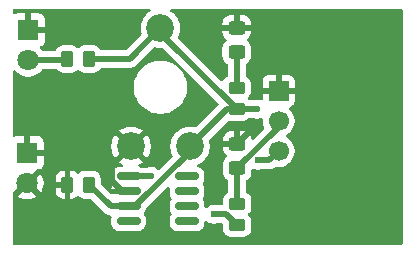
<source format=gtl>
G04 #@! TF.GenerationSoftware,KiCad,Pcbnew,9.0.2*
G04 #@! TF.CreationDate,2025-06-05T16:56:41+03:00*
G04 #@! TF.ProjectId,2-Layer-Proximity-PCB,322d4c61-7965-4722-9d50-726f78696d69,rev?*
G04 #@! TF.SameCoordinates,Original*
G04 #@! TF.FileFunction,Copper,L1,Top*
G04 #@! TF.FilePolarity,Positive*
%FSLAX46Y46*%
G04 Gerber Fmt 4.6, Leading zero omitted, Abs format (unit mm)*
G04 Created by KiCad (PCBNEW 9.0.2) date 2025-06-05 16:56:41*
%MOMM*%
%LPD*%
G01*
G04 APERTURE LIST*
G04 Aperture macros list*
%AMRoundRect*
0 Rectangle with rounded corners*
0 $1 Rounding radius*
0 $2 $3 $4 $5 $6 $7 $8 $9 X,Y pos of 4 corners*
0 Add a 4 corners polygon primitive as box body*
4,1,4,$2,$3,$4,$5,$6,$7,$8,$9,$2,$3,0*
0 Add four circle primitives for the rounded corners*
1,1,$1+$1,$2,$3*
1,1,$1+$1,$4,$5*
1,1,$1+$1,$6,$7*
1,1,$1+$1,$8,$9*
0 Add four rect primitives between the rounded corners*
20,1,$1+$1,$2,$3,$4,$5,0*
20,1,$1+$1,$4,$5,$6,$7,0*
20,1,$1+$1,$6,$7,$8,$9,0*
20,1,$1+$1,$8,$9,$2,$3,0*%
G04 Aperture macros list end*
G04 #@! TA.AperFunction,SMDPad,CuDef*
%ADD10RoundRect,0.250000X-0.450000X0.262500X-0.450000X-0.262500X0.450000X-0.262500X0.450000X0.262500X0*%
G04 #@! TD*
G04 #@! TA.AperFunction,ComponentPad*
%ADD11R,1.800000X1.800000*%
G04 #@! TD*
G04 #@! TA.AperFunction,ComponentPad*
%ADD12C,1.800000*%
G04 #@! TD*
G04 #@! TA.AperFunction,SMDPad,CuDef*
%ADD13RoundRect,0.250000X0.262500X0.450000X-0.262500X0.450000X-0.262500X-0.450000X0.262500X-0.450000X0*%
G04 #@! TD*
G04 #@! TA.AperFunction,SMDPad,CuDef*
%ADD14RoundRect,0.150000X-0.825000X-0.150000X0.825000X-0.150000X0.825000X0.150000X-0.825000X0.150000X0*%
G04 #@! TD*
G04 #@! TA.AperFunction,ComponentPad*
%ADD15C,2.340000*%
G04 #@! TD*
G04 #@! TA.AperFunction,SMDPad,CuDef*
%ADD16RoundRect,0.250000X0.450000X-0.262500X0.450000X0.262500X-0.450000X0.262500X-0.450000X-0.262500X0*%
G04 #@! TD*
G04 #@! TA.AperFunction,ComponentPad*
%ADD17R,1.700000X1.700000*%
G04 #@! TD*
G04 #@! TA.AperFunction,ComponentPad*
%ADD18C,1.700000*%
G04 #@! TD*
G04 #@! TA.AperFunction,SMDPad,CuDef*
%ADD19RoundRect,0.250000X-0.450000X0.325000X-0.450000X-0.325000X0.450000X-0.325000X0.450000X0.325000X0*%
G04 #@! TD*
G04 #@! TA.AperFunction,ViaPad*
%ADD20C,0.600000*%
G04 #@! TD*
G04 #@! TA.AperFunction,Conductor*
%ADD21C,0.500000*%
G04 #@! TD*
G04 APERTURE END LIST*
D10*
X143450000Y-76175000D03*
X143450000Y-78000000D03*
D11*
X125700000Y-81700000D03*
D12*
X125700000Y-84240000D03*
D11*
X125800000Y-71300000D03*
D12*
X125800000Y-73840000D03*
D13*
X129125000Y-84400000D03*
X130950000Y-84400000D03*
X129125000Y-73750000D03*
X130950000Y-73750000D03*
D14*
X134300000Y-83700000D03*
X134300000Y-84970000D03*
X134300000Y-86240000D03*
X134300000Y-87510000D03*
X139250000Y-87510000D03*
X139250000Y-86240000D03*
X139250000Y-84970000D03*
X139250000Y-83700000D03*
D15*
X139500000Y-81150000D03*
X137000000Y-71150000D03*
X134500000Y-81150000D03*
D16*
X143500000Y-87825000D03*
X143500000Y-86000000D03*
D17*
X147000000Y-76460000D03*
D18*
X147000000Y-79000000D03*
X147000000Y-81540000D03*
D19*
X143450000Y-71100000D03*
X143450000Y-73150000D03*
X143500000Y-80950000D03*
X143500000Y-83000000D03*
D20*
X145300000Y-76500000D03*
X144400000Y-79300000D03*
X145200000Y-78000000D03*
X145230331Y-82330331D03*
X141500000Y-86900000D03*
X136200000Y-83700000D03*
D21*
X144400000Y-80050000D02*
X143500000Y-80950000D01*
X144400000Y-79300000D02*
X144400000Y-80050000D01*
X145340000Y-76460000D02*
X145300000Y-76500000D01*
X147000000Y-76460000D02*
X145340000Y-76460000D01*
X145230331Y-82330331D02*
X146209669Y-82330331D01*
X146209669Y-82330331D02*
X147000000Y-81540000D01*
X143450000Y-78000000D02*
X145200000Y-78000000D01*
X132874000Y-84103100D02*
X132874000Y-82776000D01*
X132874000Y-82776000D02*
X134500000Y-81150000D01*
X133740900Y-84970000D02*
X132874000Y-84103100D01*
X134300000Y-84970000D02*
X133740900Y-84970000D01*
X125800000Y-73840000D02*
X129035000Y-73840000D01*
X129035000Y-73840000D02*
X129125000Y-73750000D01*
X143450000Y-76175000D02*
X143450000Y-73150000D01*
X147000000Y-79500000D02*
X147000000Y-79000000D01*
X143500000Y-83000000D02*
X147000000Y-79500000D01*
X143500000Y-83000000D02*
X143500000Y-86000000D01*
X142575000Y-86900000D02*
X143500000Y-87825000D01*
X141500000Y-86900000D02*
X142575000Y-86900000D01*
X134300000Y-83700000D02*
X136200000Y-83700000D01*
X132790000Y-86240000D02*
X130950000Y-84400000D01*
X134300000Y-86240000D02*
X132790000Y-86240000D01*
X134859100Y-86240000D02*
X134300000Y-86240000D01*
X139500000Y-81599100D02*
X134859100Y-86240000D01*
X139500000Y-81150000D02*
X139500000Y-81599100D01*
X142650000Y-78000000D02*
X139500000Y-81150000D01*
X143450000Y-78000000D02*
X142650000Y-78000000D01*
X137000000Y-71150000D02*
X137000000Y-71550000D01*
X137000000Y-71550000D02*
X143450000Y-78000000D01*
X134400000Y-73750000D02*
X137000000Y-71150000D01*
X130950000Y-73750000D02*
X134400000Y-73750000D01*
G04 #@! TA.AperFunction,Conductor*
G36*
X157442539Y-69520185D02*
G01*
X157488294Y-69572989D01*
X157499500Y-69624500D01*
X157499500Y-89375500D01*
X157479815Y-89442539D01*
X157427011Y-89488294D01*
X157375500Y-89499500D01*
X124624500Y-89499500D01*
X124557461Y-89479815D01*
X124511706Y-89427011D01*
X124500500Y-89375500D01*
X124500500Y-85137308D01*
X124520185Y-85070269D01*
X124536819Y-85049627D01*
X125257861Y-84328584D01*
X125280667Y-84413694D01*
X125339910Y-84516306D01*
X125423694Y-84600090D01*
X125526306Y-84659333D01*
X125611414Y-84682137D01*
X124902485Y-85391065D01*
X124902485Y-85391066D01*
X124966243Y-85437388D01*
X125162589Y-85537432D01*
X125372164Y-85605526D01*
X125589819Y-85640000D01*
X125810181Y-85640000D01*
X126027835Y-85605526D01*
X126237410Y-85537432D01*
X126433760Y-85437386D01*
X126497513Y-85391066D01*
X126497514Y-85391066D01*
X125788585Y-84682138D01*
X125873694Y-84659333D01*
X125976306Y-84600090D01*
X126060090Y-84516306D01*
X126119333Y-84413694D01*
X126142137Y-84328585D01*
X126851066Y-85037514D01*
X126851066Y-85037513D01*
X126897386Y-84973760D01*
X126934976Y-84899986D01*
X128112501Y-84899986D01*
X128122994Y-85002697D01*
X128178141Y-85169119D01*
X128178143Y-85169124D01*
X128270184Y-85318345D01*
X128394154Y-85442315D01*
X128543375Y-85534356D01*
X128543380Y-85534358D01*
X128709802Y-85589505D01*
X128709809Y-85589506D01*
X128812519Y-85599999D01*
X128874999Y-85599998D01*
X128875000Y-85599998D01*
X128875000Y-84650000D01*
X128112501Y-84650000D01*
X128112501Y-84899986D01*
X126934976Y-84899986D01*
X126997432Y-84777410D01*
X127065526Y-84567837D01*
X127065527Y-84567832D01*
X127100000Y-84350181D01*
X127100000Y-84129818D01*
X127066176Y-83916262D01*
X127065526Y-83912164D01*
X127061578Y-83900013D01*
X128112500Y-83900013D01*
X128112500Y-84150000D01*
X128875000Y-84150000D01*
X128875000Y-83200000D01*
X128874999Y-83199999D01*
X128812528Y-83200000D01*
X128812511Y-83200001D01*
X128709802Y-83210494D01*
X128543380Y-83265641D01*
X128543375Y-83265643D01*
X128394154Y-83357684D01*
X128270184Y-83481654D01*
X128178143Y-83630875D01*
X128178141Y-83630880D01*
X128122994Y-83797302D01*
X128122993Y-83797309D01*
X128112500Y-83900013D01*
X127061578Y-83900013D01*
X126997432Y-83702589D01*
X126897388Y-83506243D01*
X126851066Y-83442485D01*
X126851065Y-83442485D01*
X126142137Y-84151413D01*
X126119333Y-84066306D01*
X126060090Y-83963694D01*
X125976306Y-83879910D01*
X125873694Y-83820667D01*
X125788584Y-83797861D01*
X126517415Y-83069031D01*
X126578738Y-83035546D01*
X126648430Y-83040530D01*
X126692778Y-83069032D01*
X126714635Y-83090889D01*
X126842086Y-83043354D01*
X126842093Y-83043350D01*
X126957187Y-82957190D01*
X126957190Y-82957187D01*
X127043350Y-82842093D01*
X127043354Y-82842086D01*
X127093596Y-82707379D01*
X127093598Y-82707372D01*
X127099999Y-82647844D01*
X127100000Y-82647827D01*
X127100000Y-81950000D01*
X126075278Y-81950000D01*
X126119333Y-81873694D01*
X126150000Y-81759244D01*
X126150000Y-81640756D01*
X126119333Y-81526306D01*
X126075278Y-81450000D01*
X127100000Y-81450000D01*
X127100000Y-80752172D01*
X127099999Y-80752155D01*
X127093598Y-80692627D01*
X127093596Y-80692620D01*
X127043354Y-80557913D01*
X127043350Y-80557906D01*
X126957190Y-80442812D01*
X126957187Y-80442809D01*
X126842093Y-80356649D01*
X126842086Y-80356645D01*
X126707379Y-80306403D01*
X126707372Y-80306401D01*
X126647844Y-80300000D01*
X125950000Y-80300000D01*
X125950000Y-81324722D01*
X125873694Y-81280667D01*
X125759244Y-81250000D01*
X125640756Y-81250000D01*
X125526306Y-81280667D01*
X125450000Y-81324722D01*
X125450000Y-80300000D01*
X124752155Y-80300000D01*
X124692627Y-80306401D01*
X124692617Y-80306403D01*
X124667832Y-80315648D01*
X124598141Y-80320632D01*
X124536818Y-80287146D01*
X124503334Y-80225823D01*
X124500500Y-80199466D01*
X124500500Y-76002486D01*
X134749500Y-76002486D01*
X134749500Y-76297513D01*
X134779559Y-76525826D01*
X134788007Y-76589993D01*
X134860381Y-76860099D01*
X134864361Y-76874951D01*
X134864364Y-76874961D01*
X134977254Y-77147500D01*
X134977258Y-77147510D01*
X135124761Y-77402993D01*
X135304352Y-77637040D01*
X135304358Y-77637047D01*
X135512952Y-77845641D01*
X135512959Y-77845647D01*
X135747006Y-78025238D01*
X136002489Y-78172741D01*
X136002490Y-78172741D01*
X136002493Y-78172743D01*
X136275048Y-78285639D01*
X136560007Y-78361993D01*
X136852494Y-78400500D01*
X136852501Y-78400500D01*
X137147499Y-78400500D01*
X137147506Y-78400500D01*
X137439993Y-78361993D01*
X137724952Y-78285639D01*
X137997507Y-78172743D01*
X138252994Y-78025238D01*
X138487042Y-77845646D01*
X138695646Y-77637042D01*
X138875238Y-77402994D01*
X139022743Y-77147507D01*
X139135639Y-76874952D01*
X139211993Y-76589993D01*
X139250500Y-76297506D01*
X139250500Y-76002494D01*
X139211993Y-75710007D01*
X139135639Y-75425048D01*
X139022743Y-75152493D01*
X139014315Y-75137896D01*
X138875238Y-74897006D01*
X138695647Y-74662959D01*
X138695641Y-74662952D01*
X138487047Y-74454358D01*
X138487040Y-74454352D01*
X138252993Y-74274761D01*
X137997510Y-74127258D01*
X137997500Y-74127254D01*
X137724961Y-74014364D01*
X137724954Y-74014362D01*
X137724952Y-74014361D01*
X137439993Y-73938007D01*
X137391113Y-73931571D01*
X137147513Y-73899500D01*
X137147506Y-73899500D01*
X136852494Y-73899500D01*
X136852486Y-73899500D01*
X136574085Y-73936153D01*
X136560007Y-73938007D01*
X136538921Y-73943657D01*
X136275048Y-74014361D01*
X136275038Y-74014364D01*
X136002499Y-74127254D01*
X136002489Y-74127258D01*
X135747006Y-74274761D01*
X135512959Y-74454352D01*
X135512952Y-74454358D01*
X135304358Y-74662952D01*
X135304352Y-74662959D01*
X135124761Y-74897006D01*
X134977258Y-75152489D01*
X134977254Y-75152499D01*
X134864364Y-75425038D01*
X134864361Y-75425048D01*
X134788008Y-75710004D01*
X134788006Y-75710015D01*
X134749500Y-76002486D01*
X124500500Y-76002486D01*
X124500500Y-74815699D01*
X124520185Y-74748660D01*
X124572989Y-74702905D01*
X124642147Y-74692961D01*
X124705703Y-74721986D01*
X124724819Y-74742815D01*
X124731754Y-74752361D01*
X124887636Y-74908243D01*
X124887641Y-74908247D01*
X124945797Y-74950499D01*
X125065978Y-75037815D01*
X125194375Y-75103237D01*
X125262393Y-75137895D01*
X125262396Y-75137896D01*
X125307341Y-75152499D01*
X125472049Y-75206015D01*
X125689778Y-75240500D01*
X125689779Y-75240500D01*
X125910221Y-75240500D01*
X125910222Y-75240500D01*
X126127951Y-75206015D01*
X126337606Y-75137895D01*
X126534022Y-75037815D01*
X126712365Y-74908242D01*
X126868242Y-74752365D01*
X126948705Y-74641615D01*
X127004035Y-74598949D01*
X127049024Y-74590500D01*
X128152374Y-74590500D01*
X128219413Y-74610185D01*
X128257912Y-74649403D01*
X128269785Y-74668652D01*
X128269788Y-74668656D01*
X128393844Y-74792712D01*
X128543166Y-74884814D01*
X128709703Y-74939999D01*
X128812491Y-74950500D01*
X129437508Y-74950499D01*
X129437516Y-74950498D01*
X129437519Y-74950498D01*
X129493802Y-74944748D01*
X129540297Y-74939999D01*
X129706834Y-74884814D01*
X129856156Y-74792712D01*
X129949819Y-74699049D01*
X130011142Y-74665564D01*
X130080834Y-74670548D01*
X130125181Y-74699049D01*
X130218844Y-74792712D01*
X130368166Y-74884814D01*
X130534703Y-74939999D01*
X130637491Y-74950500D01*
X131262508Y-74950499D01*
X131262516Y-74950498D01*
X131262519Y-74950498D01*
X131318802Y-74944748D01*
X131365297Y-74939999D01*
X131531834Y-74884814D01*
X131681156Y-74792712D01*
X131805212Y-74668656D01*
X131872599Y-74559402D01*
X131924547Y-74512679D01*
X131978138Y-74500500D01*
X134473920Y-74500500D01*
X134571462Y-74481096D01*
X134618913Y-74471658D01*
X134687204Y-74443371D01*
X134755491Y-74415086D01*
X134755492Y-74415085D01*
X134755495Y-74415084D01*
X134811585Y-74377606D01*
X134878416Y-74332952D01*
X136422494Y-72788871D01*
X136483815Y-72755388D01*
X136542266Y-72756779D01*
X136673402Y-72791917D01*
X136890510Y-72820500D01*
X136890517Y-72820500D01*
X137109484Y-72820500D01*
X137109490Y-72820500D01*
X137136912Y-72816889D01*
X137205946Y-72827653D01*
X137240780Y-72852147D01*
X141900951Y-77512318D01*
X141934436Y-77573641D01*
X141929452Y-77643333D01*
X141900951Y-77687680D01*
X140077505Y-79511125D01*
X140016182Y-79544610D01*
X139957731Y-79543219D01*
X139826608Y-79508085D01*
X139826601Y-79508083D01*
X139826598Y-79508083D01*
X139778351Y-79501731D01*
X139609497Y-79479500D01*
X139609490Y-79479500D01*
X139390510Y-79479500D01*
X139390502Y-79479500D01*
X139183853Y-79506707D01*
X139173402Y-79508083D01*
X139134846Y-79518414D01*
X138961884Y-79564758D01*
X138843374Y-79613847D01*
X138759572Y-79648560D01*
X138759569Y-79648561D01*
X138759561Y-79648565D01*
X138569929Y-79758049D01*
X138396201Y-79891355D01*
X138396194Y-79891361D01*
X138241361Y-80046194D01*
X138241355Y-80046201D01*
X138108049Y-80219929D01*
X137998565Y-80409561D01*
X137998561Y-80409569D01*
X137998560Y-80409572D01*
X137972576Y-80472302D01*
X137914758Y-80611884D01*
X137858084Y-80823399D01*
X137858082Y-80823410D01*
X137829500Y-81040502D01*
X137829500Y-81259497D01*
X137851118Y-81423694D01*
X137858083Y-81476598D01*
X137858084Y-81476600D01*
X137914758Y-81688115D01*
X137998556Y-81890421D01*
X137998559Y-81890426D01*
X138005430Y-81902327D01*
X138021901Y-81970228D01*
X137999048Y-82036254D01*
X137985723Y-82052007D01*
X136922585Y-83115145D01*
X136861262Y-83148630D01*
X136791570Y-83143646D01*
X136747222Y-83115144D01*
X136710292Y-83078213D01*
X136710288Y-83078210D01*
X136579185Y-82990609D01*
X136579172Y-82990602D01*
X136433501Y-82930264D01*
X136433489Y-82930261D01*
X136278845Y-82899500D01*
X136278842Y-82899500D01*
X136121158Y-82899500D01*
X136121155Y-82899500D01*
X135966511Y-82930260D01*
X135966506Y-82930262D01*
X135966504Y-82930262D01*
X135966503Y-82930263D01*
X135942844Y-82940062D01*
X135895396Y-82949500D01*
X135407328Y-82949500D01*
X135373105Y-82944684D01*
X135372951Y-82944639D01*
X135227569Y-82902402D01*
X135225211Y-82902216D01*
X135216956Y-82899846D01*
X135192418Y-82884283D01*
X135166473Y-82871220D01*
X135163272Y-82865796D01*
X135157953Y-82862423D01*
X135145726Y-82836068D01*
X135130960Y-82811049D01*
X135131199Y-82804755D01*
X135128549Y-82799042D01*
X135132511Y-82770261D01*
X135133616Y-82741230D01*
X135137219Y-82736065D01*
X135138079Y-82729825D01*
X135156972Y-82707756D01*
X135173597Y-82683930D01*
X135181244Y-82679404D01*
X135183518Y-82676749D01*
X135188012Y-82675400D01*
X135203729Y-82666100D01*
X135240201Y-82650993D01*
X135240214Y-82650987D01*
X135429785Y-82541537D01*
X135429793Y-82541531D01*
X135491007Y-82494560D01*
X134747488Y-81751041D01*
X134807890Y-81726022D01*
X134914351Y-81654888D01*
X135004888Y-81564351D01*
X135076022Y-81457890D01*
X135101041Y-81397488D01*
X135844560Y-82141007D01*
X135891531Y-82079793D01*
X135891537Y-82079785D01*
X136000987Y-81890214D01*
X136000995Y-81890198D01*
X136084765Y-81687956D01*
X136141426Y-81476496D01*
X136169998Y-81259467D01*
X136170000Y-81259451D01*
X136170000Y-81040548D01*
X136169998Y-81040532D01*
X136141426Y-80823503D01*
X136084765Y-80612043D01*
X136000995Y-80409801D01*
X136000990Y-80409792D01*
X135891532Y-80220208D01*
X135891527Y-80220200D01*
X135844560Y-80158991D01*
X135101041Y-80902510D01*
X135076022Y-80842110D01*
X135004888Y-80735649D01*
X134914351Y-80645112D01*
X134807890Y-80573978D01*
X134747487Y-80548957D01*
X135491007Y-79805438D01*
X135491007Y-79805437D01*
X135429790Y-79758466D01*
X135429782Y-79758460D01*
X135240214Y-79649012D01*
X135240198Y-79649004D01*
X135037956Y-79565234D01*
X134826496Y-79508573D01*
X134609467Y-79480001D01*
X134609451Y-79480000D01*
X134390549Y-79480000D01*
X134390532Y-79480001D01*
X134173503Y-79508573D01*
X133962043Y-79565234D01*
X133759801Y-79649004D01*
X133759785Y-79649012D01*
X133570215Y-79758461D01*
X133570200Y-79758471D01*
X133508990Y-79805438D01*
X134252511Y-80548958D01*
X134192110Y-80573978D01*
X134085649Y-80645112D01*
X133995112Y-80735649D01*
X133923978Y-80842110D01*
X133898958Y-80902511D01*
X133155438Y-80158990D01*
X133108471Y-80220200D01*
X133108461Y-80220215D01*
X132999012Y-80409785D01*
X132999004Y-80409801D01*
X132915234Y-80612043D01*
X132858573Y-80823503D01*
X132830001Y-81040532D01*
X132830000Y-81040548D01*
X132830000Y-81259451D01*
X132830001Y-81259467D01*
X132858573Y-81476496D01*
X132915234Y-81687956D01*
X132999004Y-81890198D01*
X132999012Y-81890214D01*
X133108460Y-82079782D01*
X133108466Y-82079790D01*
X133155438Y-82141007D01*
X133898958Y-81397487D01*
X133923978Y-81457890D01*
X133995112Y-81564351D01*
X134085649Y-81654888D01*
X134192110Y-81726022D01*
X134252511Y-81751041D01*
X133508991Y-82494560D01*
X133508991Y-82494561D01*
X133570200Y-82541527D01*
X133570208Y-82541532D01*
X133759792Y-82650990D01*
X133759796Y-82650992D01*
X133783809Y-82660939D01*
X133838212Y-82704780D01*
X133860277Y-82771074D01*
X133842998Y-82838773D01*
X133791861Y-82886384D01*
X133736356Y-82899500D01*
X133409298Y-82899500D01*
X133372432Y-82902401D01*
X133372426Y-82902402D01*
X133214606Y-82948254D01*
X133214603Y-82948255D01*
X133073137Y-83031917D01*
X133073129Y-83031923D01*
X132956923Y-83148129D01*
X132956917Y-83148137D01*
X132873255Y-83289603D01*
X132873254Y-83289606D01*
X132827402Y-83447426D01*
X132827401Y-83447432D01*
X132824500Y-83484298D01*
X132824500Y-83915701D01*
X132827401Y-83952567D01*
X132827402Y-83952573D01*
X132873254Y-84110393D01*
X132873255Y-84110396D01*
X132873256Y-84110398D01*
X132910681Y-84173681D01*
X132956917Y-84251862D01*
X132961702Y-84258031D01*
X132959369Y-84259840D01*
X132986210Y-84308995D01*
X132981226Y-84378687D01*
X132960470Y-84411021D01*
X132962097Y-84412283D01*
X132957313Y-84418449D01*
X132873718Y-84559801D01*
X132827899Y-84717513D01*
X132827704Y-84719998D01*
X132827705Y-84720000D01*
X134176000Y-84720000D01*
X134243039Y-84739685D01*
X134288794Y-84792489D01*
X134300000Y-84844000D01*
X134300000Y-85096000D01*
X134280315Y-85163039D01*
X134227511Y-85208794D01*
X134176000Y-85220000D01*
X132882730Y-85220000D01*
X132815691Y-85200315D01*
X132795049Y-85183681D01*
X131999318Y-84387950D01*
X131965833Y-84326627D01*
X131962999Y-84300269D01*
X131962999Y-83899998D01*
X131962998Y-83899981D01*
X131952499Y-83797203D01*
X131952498Y-83797200D01*
X131921147Y-83702589D01*
X131897314Y-83630666D01*
X131805212Y-83481344D01*
X131681156Y-83357288D01*
X131571425Y-83289606D01*
X131531836Y-83265187D01*
X131531831Y-83265185D01*
X131530362Y-83264698D01*
X131365297Y-83210001D01*
X131365295Y-83210000D01*
X131262510Y-83199500D01*
X130637498Y-83199500D01*
X130637480Y-83199501D01*
X130534703Y-83210000D01*
X130534700Y-83210001D01*
X130368168Y-83265185D01*
X130368163Y-83265187D01*
X130218845Y-83357287D01*
X130124827Y-83451305D01*
X130063503Y-83484789D01*
X129993812Y-83479805D01*
X129949465Y-83451304D01*
X129855845Y-83357684D01*
X129706624Y-83265643D01*
X129706619Y-83265641D01*
X129540197Y-83210494D01*
X129540190Y-83210493D01*
X129437486Y-83200000D01*
X129375000Y-83200000D01*
X129375000Y-85599999D01*
X129437472Y-85599999D01*
X129437486Y-85599998D01*
X129540197Y-85589505D01*
X129706619Y-85534358D01*
X129706624Y-85534356D01*
X129855842Y-85442317D01*
X129949464Y-85348695D01*
X130010787Y-85315210D01*
X130080479Y-85320194D01*
X130124827Y-85348695D01*
X130218844Y-85442712D01*
X130368166Y-85534814D01*
X130534703Y-85589999D01*
X130637491Y-85600500D01*
X131037769Y-85600499D01*
X131104808Y-85620183D01*
X131125450Y-85636818D01*
X132311584Y-86822952D01*
X132359863Y-86855210D01*
X132359865Y-86855212D01*
X132359866Y-86855212D01*
X132434505Y-86905084D01*
X132434506Y-86905084D01*
X132434507Y-86905085D01*
X132571082Y-86961656D01*
X132571087Y-86961658D01*
X132571091Y-86961658D01*
X132571092Y-86961659D01*
X132716079Y-86990500D01*
X132716082Y-86990500D01*
X132716083Y-86990500D01*
X132739800Y-86990500D01*
X132806839Y-87010185D01*
X132852594Y-87062989D01*
X132862538Y-87132147D01*
X132858876Y-87149095D01*
X132827402Y-87257426D01*
X132827401Y-87257432D01*
X132824500Y-87294298D01*
X132824500Y-87725701D01*
X132827401Y-87762567D01*
X132827402Y-87762573D01*
X132873254Y-87920393D01*
X132873255Y-87920396D01*
X132956917Y-88061862D01*
X132956923Y-88061870D01*
X133073129Y-88178076D01*
X133073133Y-88178079D01*
X133073135Y-88178081D01*
X133214602Y-88261744D01*
X133256224Y-88273836D01*
X133372426Y-88307597D01*
X133372429Y-88307597D01*
X133372431Y-88307598D01*
X133409306Y-88310500D01*
X133409314Y-88310500D01*
X135190686Y-88310500D01*
X135190694Y-88310500D01*
X135227569Y-88307598D01*
X135227571Y-88307597D01*
X135227573Y-88307597D01*
X135269191Y-88295505D01*
X135385398Y-88261744D01*
X135526865Y-88178081D01*
X135643081Y-88061865D01*
X135726744Y-87920398D01*
X135772598Y-87762569D01*
X135775500Y-87725694D01*
X135775500Y-87294306D01*
X135772598Y-87257431D01*
X135768454Y-87243168D01*
X135738836Y-87141224D01*
X135726744Y-87099602D01*
X135643081Y-86958135D01*
X135643078Y-86958132D01*
X135638298Y-86951969D01*
X135640750Y-86950066D01*
X135614155Y-86901421D01*
X135619104Y-86831726D01*
X135639940Y-86799304D01*
X135638298Y-86798031D01*
X135643075Y-86791870D01*
X135643081Y-86791865D01*
X135726744Y-86650398D01*
X135772598Y-86492569D01*
X135775500Y-86455694D01*
X135775500Y-86436330D01*
X135795185Y-86369291D01*
X135811819Y-86348649D01*
X136672212Y-85488256D01*
X137572829Y-84587638D01*
X137634150Y-84554155D01*
X137703842Y-84559139D01*
X137759775Y-84601011D01*
X137784192Y-84666475D01*
X137779586Y-84709909D01*
X137777403Y-84717422D01*
X137777401Y-84717432D01*
X137774500Y-84754298D01*
X137774500Y-85185701D01*
X137777401Y-85222567D01*
X137777402Y-85222573D01*
X137823254Y-85380393D01*
X137823255Y-85380396D01*
X137823256Y-85380398D01*
X137829565Y-85391066D01*
X137906917Y-85521862D01*
X137911702Y-85528031D01*
X137909256Y-85529927D01*
X137935857Y-85578642D01*
X137930873Y-85648334D01*
X137910069Y-85680703D01*
X137911702Y-85681969D01*
X137906917Y-85688137D01*
X137823255Y-85829603D01*
X137823254Y-85829606D01*
X137777402Y-85987426D01*
X137777401Y-85987432D01*
X137774500Y-86024298D01*
X137774500Y-86455701D01*
X137777401Y-86492567D01*
X137777402Y-86492573D01*
X137823254Y-86650393D01*
X137823255Y-86650396D01*
X137823256Y-86650398D01*
X137860681Y-86713681D01*
X137906917Y-86791862D01*
X137911702Y-86798031D01*
X137909256Y-86799927D01*
X137935857Y-86848642D01*
X137930873Y-86918334D01*
X137910069Y-86950703D01*
X137911702Y-86951969D01*
X137906917Y-86958137D01*
X137823255Y-87099603D01*
X137823254Y-87099606D01*
X137777402Y-87257426D01*
X137777401Y-87257432D01*
X137774500Y-87294298D01*
X137774500Y-87725701D01*
X137777401Y-87762567D01*
X137777402Y-87762573D01*
X137823254Y-87920393D01*
X137823255Y-87920396D01*
X137906917Y-88061862D01*
X137906923Y-88061870D01*
X138023129Y-88178076D01*
X138023133Y-88178079D01*
X138023135Y-88178081D01*
X138164602Y-88261744D01*
X138206224Y-88273836D01*
X138322426Y-88307597D01*
X138322429Y-88307597D01*
X138322431Y-88307598D01*
X138359306Y-88310500D01*
X138359314Y-88310500D01*
X140140686Y-88310500D01*
X140140694Y-88310500D01*
X140177569Y-88307598D01*
X140177571Y-88307597D01*
X140177573Y-88307597D01*
X140219191Y-88295505D01*
X140335398Y-88261744D01*
X140476865Y-88178081D01*
X140593081Y-88061865D01*
X140676744Y-87920398D01*
X140722598Y-87762569D01*
X140725500Y-87725694D01*
X140725500Y-87556941D01*
X140745185Y-87489902D01*
X140797989Y-87444147D01*
X140867147Y-87434203D01*
X140930703Y-87463228D01*
X140937181Y-87469260D01*
X140989707Y-87521786D01*
X140989711Y-87521789D01*
X141120814Y-87609390D01*
X141120827Y-87609397D01*
X141220060Y-87650500D01*
X141266503Y-87669737D01*
X141421153Y-87700499D01*
X141421156Y-87700500D01*
X141421158Y-87700500D01*
X141578844Y-87700500D01*
X141578845Y-87700499D01*
X141655152Y-87685320D01*
X141733488Y-87669739D01*
X141733489Y-87669738D01*
X141733497Y-87669737D01*
X141757155Y-87659937D01*
X141804604Y-87650500D01*
X142175500Y-87650500D01*
X142242539Y-87670185D01*
X142288294Y-87722989D01*
X142299500Y-87774500D01*
X142299500Y-88137501D01*
X142299501Y-88137519D01*
X142310000Y-88240296D01*
X142310001Y-88240299D01*
X142333264Y-88310500D01*
X142365186Y-88406834D01*
X142457288Y-88556156D01*
X142581344Y-88680212D01*
X142730666Y-88772314D01*
X142897203Y-88827499D01*
X142999991Y-88838000D01*
X144000008Y-88837999D01*
X144000016Y-88837998D01*
X144000019Y-88837998D01*
X144056302Y-88832248D01*
X144102797Y-88827499D01*
X144269334Y-88772314D01*
X144418656Y-88680212D01*
X144542712Y-88556156D01*
X144634814Y-88406834D01*
X144689999Y-88240297D01*
X144700500Y-88137509D01*
X144700499Y-87512492D01*
X144698191Y-87489902D01*
X144689999Y-87409703D01*
X144689998Y-87409700D01*
X144651757Y-87294298D01*
X144634814Y-87243166D01*
X144542712Y-87093844D01*
X144449049Y-87000181D01*
X144415564Y-86938858D01*
X144420548Y-86869166D01*
X144449049Y-86824819D01*
X144482006Y-86791862D01*
X144542712Y-86731156D01*
X144634814Y-86581834D01*
X144689999Y-86415297D01*
X144700500Y-86312509D01*
X144700499Y-85687492D01*
X144699805Y-85680703D01*
X144689999Y-85584703D01*
X144689998Y-85584700D01*
X144673316Y-85534358D01*
X144634814Y-85418166D01*
X144542712Y-85268844D01*
X144418656Y-85144788D01*
X144309402Y-85077400D01*
X144262679Y-85025453D01*
X144250500Y-84971862D01*
X144250500Y-84090638D01*
X144270185Y-84023599D01*
X144309401Y-83985100D01*
X144418656Y-83917712D01*
X144542712Y-83793656D01*
X144634814Y-83644334D01*
X144689999Y-83477797D01*
X144700500Y-83375009D01*
X144700499Y-83162900D01*
X144720183Y-83095862D01*
X144772987Y-83050107D01*
X144842145Y-83040163D01*
X144871947Y-83048338D01*
X144996834Y-83100068D01*
X145151484Y-83130830D01*
X145151487Y-83130831D01*
X145151489Y-83130831D01*
X145309175Y-83130831D01*
X145309176Y-83130830D01*
X145388036Y-83115144D01*
X145463819Y-83100070D01*
X145463820Y-83100069D01*
X145463828Y-83100068D01*
X145487486Y-83090268D01*
X145534935Y-83080831D01*
X146283589Y-83080831D01*
X146381131Y-83061427D01*
X146428582Y-83051989D01*
X146565164Y-82995415D01*
X146635743Y-82948256D01*
X146688085Y-82913283D01*
X146698267Y-82903100D01*
X146706376Y-82897257D01*
X146730272Y-82888834D01*
X146752507Y-82876692D01*
X146765804Y-82876311D01*
X146772273Y-82874032D01*
X146780170Y-82875900D01*
X146798271Y-82875383D01*
X146893713Y-82890500D01*
X146893714Y-82890500D01*
X147106286Y-82890500D01*
X147106287Y-82890500D01*
X147316243Y-82857246D01*
X147518412Y-82791557D01*
X147707816Y-82695051D01*
X147733007Y-82676749D01*
X147879786Y-82570109D01*
X147879788Y-82570106D01*
X147879792Y-82570104D01*
X148030104Y-82419792D01*
X148030106Y-82419788D01*
X148030109Y-82419786D01*
X148155048Y-82247820D01*
X148155047Y-82247820D01*
X148155051Y-82247816D01*
X148251557Y-82058412D01*
X148317246Y-81856243D01*
X148350500Y-81646287D01*
X148350500Y-81433713D01*
X148317246Y-81223757D01*
X148251557Y-81021588D01*
X148155051Y-80832184D01*
X148155049Y-80832181D01*
X148155048Y-80832179D01*
X148030109Y-80660213D01*
X147879786Y-80509890D01*
X147707820Y-80384951D01*
X147707115Y-80384591D01*
X147699054Y-80380485D01*
X147648259Y-80332512D01*
X147631463Y-80264692D01*
X147653999Y-80198556D01*
X147699054Y-80159515D01*
X147707816Y-80155051D01*
X147729789Y-80139086D01*
X147879786Y-80030109D01*
X147879788Y-80030106D01*
X147879792Y-80030104D01*
X148030104Y-79879792D01*
X148030106Y-79879788D01*
X148030109Y-79879786D01*
X148155048Y-79707820D01*
X148155047Y-79707820D01*
X148155051Y-79707816D01*
X148251557Y-79518412D01*
X148317246Y-79316243D01*
X148350500Y-79106287D01*
X148350500Y-78893713D01*
X148317246Y-78683757D01*
X148251557Y-78481588D01*
X148155051Y-78292184D01*
X148155049Y-78292181D01*
X148155048Y-78292179D01*
X148030109Y-78120213D01*
X147916181Y-78006285D01*
X147882696Y-77944962D01*
X147887680Y-77875270D01*
X147929552Y-77819337D01*
X147960529Y-77802422D01*
X148092086Y-77753354D01*
X148092093Y-77753350D01*
X148207187Y-77667190D01*
X148207190Y-77667187D01*
X148293350Y-77552093D01*
X148293354Y-77552086D01*
X148343596Y-77417379D01*
X148343598Y-77417372D01*
X148349999Y-77357844D01*
X148350000Y-77357827D01*
X148350000Y-76710000D01*
X147433012Y-76710000D01*
X147465925Y-76652993D01*
X147500000Y-76525826D01*
X147500000Y-76394174D01*
X147465925Y-76267007D01*
X147433012Y-76210000D01*
X148350000Y-76210000D01*
X148350000Y-75562172D01*
X148349999Y-75562155D01*
X148343598Y-75502627D01*
X148343596Y-75502620D01*
X148293354Y-75367913D01*
X148293350Y-75367906D01*
X148207190Y-75252812D01*
X148207187Y-75252809D01*
X148092093Y-75166649D01*
X148092086Y-75166645D01*
X147957379Y-75116403D01*
X147957372Y-75116401D01*
X147897844Y-75110000D01*
X147250000Y-75110000D01*
X147250000Y-76026988D01*
X147192993Y-75994075D01*
X147065826Y-75960000D01*
X146934174Y-75960000D01*
X146807007Y-75994075D01*
X146750000Y-76026988D01*
X146750000Y-75110000D01*
X146102155Y-75110000D01*
X146042627Y-75116401D01*
X146042620Y-75116403D01*
X145907913Y-75166645D01*
X145907906Y-75166649D01*
X145792812Y-75252809D01*
X145792809Y-75252812D01*
X145706649Y-75367906D01*
X145706645Y-75367913D01*
X145656403Y-75502620D01*
X145656401Y-75502627D01*
X145650000Y-75562155D01*
X145650000Y-76210000D01*
X146566988Y-76210000D01*
X146534075Y-76267007D01*
X146500000Y-76394174D01*
X146500000Y-76525826D01*
X146534075Y-76652993D01*
X146566988Y-76710000D01*
X145650000Y-76710000D01*
X145650000Y-77134362D01*
X145630315Y-77201401D01*
X145577511Y-77247156D01*
X145508353Y-77257100D01*
X145478548Y-77248923D01*
X145433501Y-77230264D01*
X145433489Y-77230261D01*
X145278845Y-77199500D01*
X145278842Y-77199500D01*
X145121158Y-77199500D01*
X145121155Y-77199500D01*
X144966511Y-77230260D01*
X144966506Y-77230262D01*
X144966504Y-77230262D01*
X144966503Y-77230263D01*
X144942844Y-77240062D01*
X144895396Y-77249500D01*
X144524730Y-77249500D01*
X144495289Y-77240855D01*
X144465303Y-77234332D01*
X144460287Y-77230577D01*
X144457691Y-77229815D01*
X144437049Y-77213181D01*
X144399049Y-77175181D01*
X144365564Y-77113858D01*
X144370548Y-77044166D01*
X144399049Y-76999819D01*
X144438868Y-76960000D01*
X144492712Y-76906156D01*
X144584814Y-76756834D01*
X144639999Y-76590297D01*
X144650500Y-76487509D01*
X144650499Y-75862492D01*
X144639999Y-75759703D01*
X144584814Y-75593166D01*
X144492712Y-75443844D01*
X144368656Y-75319788D01*
X144259402Y-75252400D01*
X144212679Y-75200453D01*
X144200500Y-75146862D01*
X144200500Y-74240638D01*
X144220185Y-74173599D01*
X144259401Y-74135100D01*
X144368656Y-74067712D01*
X144492712Y-73943656D01*
X144584814Y-73794334D01*
X144639999Y-73627797D01*
X144650500Y-73525009D01*
X144650499Y-72774992D01*
X144648496Y-72755388D01*
X144639999Y-72672203D01*
X144639998Y-72672200D01*
X144621105Y-72615185D01*
X144584814Y-72505666D01*
X144492712Y-72356344D01*
X144368656Y-72232288D01*
X144365342Y-72230243D01*
X144363546Y-72228248D01*
X144362989Y-72227807D01*
X144363064Y-72227711D01*
X144318618Y-72178297D01*
X144307397Y-72109334D01*
X144335240Y-72045252D01*
X144365348Y-72019165D01*
X144368342Y-72017318D01*
X144492315Y-71893345D01*
X144584356Y-71744124D01*
X144584358Y-71744119D01*
X144639505Y-71577697D01*
X144639506Y-71577690D01*
X144649999Y-71474986D01*
X144650000Y-71474973D01*
X144650000Y-71350000D01*
X142250001Y-71350000D01*
X142250001Y-71474986D01*
X142260494Y-71577697D01*
X142315641Y-71744119D01*
X142315643Y-71744124D01*
X142407684Y-71893345D01*
X142531655Y-72017316D01*
X142531659Y-72017319D01*
X142534656Y-72019168D01*
X142536279Y-72020972D01*
X142537323Y-72021798D01*
X142537181Y-72021976D01*
X142581381Y-72071116D01*
X142592602Y-72140079D01*
X142564759Y-72204161D01*
X142534661Y-72230241D01*
X142531349Y-72232283D01*
X142531343Y-72232288D01*
X142407289Y-72356342D01*
X142315187Y-72505663D01*
X142315185Y-72505668D01*
X142297181Y-72560000D01*
X142260001Y-72672203D01*
X142260001Y-72672204D01*
X142260000Y-72672204D01*
X142249500Y-72774983D01*
X142249500Y-73525001D01*
X142249501Y-73525019D01*
X142260000Y-73627796D01*
X142260001Y-73627799D01*
X142315185Y-73794331D01*
X142315186Y-73794334D01*
X142407288Y-73943656D01*
X142531344Y-74067712D01*
X142640597Y-74135099D01*
X142687321Y-74187047D01*
X142699500Y-74240638D01*
X142699500Y-75146862D01*
X142679815Y-75213901D01*
X142640598Y-75252399D01*
X142572288Y-75294533D01*
X142531342Y-75319789D01*
X142407288Y-75443843D01*
X142407285Y-75443847D01*
X142317150Y-75589979D01*
X142265202Y-75636704D01*
X142196240Y-75647925D01*
X142132158Y-75620082D01*
X142123931Y-75612563D01*
X138530841Y-72019473D01*
X138497356Y-71958150D01*
X138502340Y-71888458D01*
X138503930Y-71884414D01*
X138585241Y-71688117D01*
X138641917Y-71476598D01*
X138670500Y-71259490D01*
X138670500Y-71040510D01*
X138641917Y-70823402D01*
X138615554Y-70725013D01*
X142250000Y-70725013D01*
X142250000Y-70850000D01*
X143200000Y-70850000D01*
X143700000Y-70850000D01*
X144649999Y-70850000D01*
X144649999Y-70725028D01*
X144649998Y-70725013D01*
X144639505Y-70622302D01*
X144584358Y-70455880D01*
X144584356Y-70455875D01*
X144492315Y-70306654D01*
X144368345Y-70182684D01*
X144219124Y-70090643D01*
X144219119Y-70090641D01*
X144052697Y-70035494D01*
X144052690Y-70035493D01*
X143949986Y-70025000D01*
X143700000Y-70025000D01*
X143700000Y-70850000D01*
X143200000Y-70850000D01*
X143200000Y-70025000D01*
X142950029Y-70025000D01*
X142950012Y-70025001D01*
X142847302Y-70035494D01*
X142680880Y-70090641D01*
X142680875Y-70090643D01*
X142531654Y-70182684D01*
X142407684Y-70306654D01*
X142315643Y-70455875D01*
X142315641Y-70455880D01*
X142260494Y-70622302D01*
X142260493Y-70622309D01*
X142250000Y-70725013D01*
X138615554Y-70725013D01*
X138585241Y-70611883D01*
X138501440Y-70409572D01*
X138468290Y-70352155D01*
X138391950Y-70219929D01*
X138258644Y-70046201D01*
X138258638Y-70046194D01*
X138103805Y-69891361D01*
X138103798Y-69891355D01*
X137930070Y-69758049D01*
X137884756Y-69731887D01*
X137836540Y-69681320D01*
X137823317Y-69612713D01*
X137849285Y-69547848D01*
X137906200Y-69507320D01*
X137946756Y-69500500D01*
X157375500Y-69500500D01*
X157442539Y-69520185D01*
G37*
G04 #@! TD.AperFunction*
G04 #@! TA.AperFunction,Conductor*
G36*
X145613066Y-78773818D02*
G01*
X145648718Y-78833907D01*
X145651043Y-78883965D01*
X145649500Y-78893713D01*
X145649500Y-79106287D01*
X145682754Y-79316243D01*
X145745087Y-79508082D01*
X145748444Y-79518415D01*
X145765524Y-79551937D01*
X145778419Y-79620606D01*
X145752142Y-79685346D01*
X145742719Y-79695911D01*
X144899526Y-80539103D01*
X144838203Y-80572588D01*
X144768511Y-80567604D01*
X144712578Y-80525732D01*
X144690591Y-80477373D01*
X144689505Y-80472302D01*
X144634358Y-80305880D01*
X144634356Y-80305875D01*
X144542315Y-80156654D01*
X144418345Y-80032684D01*
X144269124Y-79940643D01*
X144269119Y-79940641D01*
X144102697Y-79885494D01*
X144102690Y-79885493D01*
X143999986Y-79875000D01*
X143750000Y-79875000D01*
X143750000Y-80826000D01*
X143730315Y-80893039D01*
X143677511Y-80938794D01*
X143626000Y-80950000D01*
X143500000Y-80950000D01*
X143500000Y-81076000D01*
X143480315Y-81143039D01*
X143427511Y-81188794D01*
X143376000Y-81200000D01*
X142300001Y-81200000D01*
X142300001Y-81324986D01*
X142310494Y-81427697D01*
X142365641Y-81594119D01*
X142365643Y-81594124D01*
X142457684Y-81743345D01*
X142581655Y-81867316D01*
X142581659Y-81867319D01*
X142584656Y-81869168D01*
X142586279Y-81870972D01*
X142587323Y-81871798D01*
X142587181Y-81871976D01*
X142631381Y-81921116D01*
X142642602Y-81990079D01*
X142614759Y-82054161D01*
X142584661Y-82080241D01*
X142581349Y-82082283D01*
X142581343Y-82082288D01*
X142457289Y-82206342D01*
X142365187Y-82355663D01*
X142365186Y-82355666D01*
X142310001Y-82522203D01*
X142310001Y-82522204D01*
X142310000Y-82522204D01*
X142299500Y-82624983D01*
X142299500Y-83375001D01*
X142299501Y-83375019D01*
X142310000Y-83477796D01*
X142310001Y-83477799D01*
X142360726Y-83630875D01*
X142365186Y-83644334D01*
X142457288Y-83793656D01*
X142581344Y-83917712D01*
X142690597Y-83985099D01*
X142737321Y-84037047D01*
X142749500Y-84090638D01*
X142749500Y-84971862D01*
X142729815Y-85038901D01*
X142690598Y-85077399D01*
X142622288Y-85119533D01*
X142581342Y-85144789D01*
X142457289Y-85268842D01*
X142365187Y-85418163D01*
X142365185Y-85418168D01*
X142357184Y-85442315D01*
X142310001Y-85584703D01*
X142310001Y-85584704D01*
X142310000Y-85584704D01*
X142299500Y-85687483D01*
X142299500Y-85687496D01*
X142299501Y-86025500D01*
X142279817Y-86092539D01*
X142227013Y-86138294D01*
X142175501Y-86149500D01*
X141804604Y-86149500D01*
X141757155Y-86140062D01*
X141733497Y-86130263D01*
X141733493Y-86130262D01*
X141733488Y-86130260D01*
X141578845Y-86099500D01*
X141578842Y-86099500D01*
X141421158Y-86099500D01*
X141421155Y-86099500D01*
X141266510Y-86130261D01*
X141266498Y-86130264D01*
X141120827Y-86190602D01*
X141120814Y-86190609D01*
X140989711Y-86278210D01*
X140989707Y-86278213D01*
X140937181Y-86330740D01*
X140875858Y-86364225D01*
X140806166Y-86359241D01*
X140750233Y-86317369D01*
X140725816Y-86251905D01*
X140725500Y-86243059D01*
X140725500Y-86024313D01*
X140725499Y-86024298D01*
X140722598Y-85987432D01*
X140722597Y-85987426D01*
X140676745Y-85829606D01*
X140676744Y-85829603D01*
X140676744Y-85829602D01*
X140593081Y-85688135D01*
X140593078Y-85688132D01*
X140588298Y-85681969D01*
X140590750Y-85680066D01*
X140564155Y-85631421D01*
X140569104Y-85561726D01*
X140589940Y-85529304D01*
X140588298Y-85528031D01*
X140593075Y-85521870D01*
X140593081Y-85521865D01*
X140676744Y-85380398D01*
X140722598Y-85222569D01*
X140725500Y-85185694D01*
X140725500Y-84754306D01*
X140722598Y-84717431D01*
X140722595Y-84717422D01*
X140684890Y-84587640D01*
X140676744Y-84559602D01*
X140593081Y-84418135D01*
X140593078Y-84418132D01*
X140588298Y-84411969D01*
X140590750Y-84410066D01*
X140564155Y-84361421D01*
X140569104Y-84291726D01*
X140589940Y-84259304D01*
X140588298Y-84258031D01*
X140593075Y-84251870D01*
X140593081Y-84251865D01*
X140676744Y-84110398D01*
X140722598Y-83952569D01*
X140725500Y-83915694D01*
X140725500Y-83484306D01*
X140722598Y-83447431D01*
X140696408Y-83357287D01*
X140676745Y-83289606D01*
X140676744Y-83289603D01*
X140676744Y-83289602D01*
X140593081Y-83148135D01*
X140593079Y-83148133D01*
X140593076Y-83148129D01*
X140476870Y-83031923D01*
X140476862Y-83031917D01*
X140398681Y-82985681D01*
X140335398Y-82948256D01*
X140335397Y-82948255D01*
X140335396Y-82948255D01*
X140335395Y-82948254D01*
X140197487Y-82908188D01*
X140138602Y-82870582D01*
X140109396Y-82807109D01*
X140119142Y-82737922D01*
X140164746Y-82684988D01*
X140184620Y-82674556D01*
X140240428Y-82651440D01*
X140430071Y-82541950D01*
X140603800Y-82408643D01*
X140758643Y-82253800D01*
X140891950Y-82080071D01*
X141001440Y-81890428D01*
X141085241Y-81688117D01*
X141141917Y-81476598D01*
X141170500Y-81259490D01*
X141170500Y-81040510D01*
X141141917Y-80823402D01*
X141106779Y-80692264D01*
X141107064Y-80680266D01*
X141102870Y-80669020D01*
X141107880Y-80645985D01*
X141108442Y-80622418D01*
X141115541Y-80610770D01*
X141117722Y-80600747D01*
X141136986Y-80575013D01*
X142300000Y-80575013D01*
X142300000Y-80700000D01*
X143250000Y-80700000D01*
X143250000Y-79875000D01*
X143000029Y-79875000D01*
X143000012Y-79875001D01*
X142897302Y-79885494D01*
X142730880Y-79940641D01*
X142730875Y-79940643D01*
X142581654Y-80032684D01*
X142457684Y-80156654D01*
X142365643Y-80305875D01*
X142365641Y-80305880D01*
X142310494Y-80472302D01*
X142310493Y-80472309D01*
X142300000Y-80575013D01*
X141136986Y-80575013D01*
X141138870Y-80572496D01*
X142689217Y-79022149D01*
X142750538Y-78988666D01*
X142815899Y-78992126D01*
X142830662Y-78997017D01*
X142847203Y-79002499D01*
X142949991Y-79013000D01*
X143950008Y-79012999D01*
X143950016Y-79012998D01*
X143950019Y-79012998D01*
X144006302Y-79007248D01*
X144052797Y-79002499D01*
X144219334Y-78947314D01*
X144368656Y-78855212D01*
X144437049Y-78786819D01*
X144498372Y-78753334D01*
X144524730Y-78750500D01*
X144895396Y-78750500D01*
X144942844Y-78759937D01*
X144966503Y-78769737D01*
X144966508Y-78769738D01*
X144966511Y-78769739D01*
X145121153Y-78800499D01*
X145121156Y-78800500D01*
X145121158Y-78800500D01*
X145278844Y-78800500D01*
X145278845Y-78800499D01*
X145433497Y-78769737D01*
X145481117Y-78750011D01*
X145550587Y-78742543D01*
X145613066Y-78773818D01*
G37*
G04 #@! TD.AperFunction*
G04 #@! TA.AperFunction,Conductor*
G36*
X136120283Y-69520185D02*
G01*
X136166038Y-69572989D01*
X136175982Y-69642147D01*
X136146957Y-69705703D01*
X136115244Y-69731887D01*
X136069929Y-69758049D01*
X135896201Y-69891355D01*
X135896194Y-69891361D01*
X135741361Y-70046194D01*
X135741355Y-70046201D01*
X135608049Y-70219929D01*
X135498565Y-70409561D01*
X135498561Y-70409569D01*
X135498560Y-70409572D01*
X135463847Y-70493374D01*
X135414758Y-70611884D01*
X135358084Y-70823399D01*
X135358082Y-70823410D01*
X135329500Y-71040502D01*
X135329500Y-71259497D01*
X135342633Y-71359244D01*
X135358083Y-71476598D01*
X135393220Y-71607731D01*
X135391557Y-71677581D01*
X135361126Y-71727505D01*
X134125451Y-72963181D01*
X134064128Y-72996666D01*
X134037770Y-72999500D01*
X131978138Y-72999500D01*
X131911099Y-72979815D01*
X131872599Y-72940597D01*
X131864604Y-72927635D01*
X131805212Y-72831344D01*
X131681156Y-72707288D01*
X131531834Y-72615186D01*
X131365297Y-72560001D01*
X131365295Y-72560000D01*
X131262510Y-72549500D01*
X130637498Y-72549500D01*
X130637480Y-72549501D01*
X130534703Y-72560000D01*
X130534700Y-72560001D01*
X130368168Y-72615185D01*
X130368163Y-72615187D01*
X130218842Y-72707289D01*
X130125181Y-72800951D01*
X130063858Y-72834436D01*
X129994166Y-72829452D01*
X129949819Y-72800951D01*
X129856157Y-72707289D01*
X129856156Y-72707288D01*
X129706834Y-72615186D01*
X129540297Y-72560001D01*
X129540295Y-72560000D01*
X129437510Y-72549500D01*
X128812498Y-72549500D01*
X128812480Y-72549501D01*
X128709703Y-72560000D01*
X128709700Y-72560001D01*
X128543168Y-72615185D01*
X128543163Y-72615187D01*
X128393842Y-72707289D01*
X128269789Y-72831342D01*
X128177687Y-72980663D01*
X128177686Y-72980666D01*
X128169787Y-73004505D01*
X128130013Y-73061950D01*
X128065497Y-73088772D01*
X128052081Y-73089500D01*
X127049024Y-73089500D01*
X127047188Y-73088961D01*
X127045339Y-73089445D01*
X127013803Y-73079157D01*
X126981985Y-73069815D01*
X126980156Y-73068182D01*
X126978914Y-73067777D01*
X126970129Y-73059229D01*
X126952940Y-73043882D01*
X126950744Y-73041190D01*
X126868242Y-72927635D01*
X126813247Y-72872640D01*
X126809280Y-72867777D01*
X126798055Y-72841131D01*
X126784198Y-72815753D01*
X126784657Y-72809325D01*
X126782156Y-72803387D01*
X126787119Y-72774902D01*
X126789182Y-72746061D01*
X126793044Y-72740902D01*
X126794150Y-72734555D01*
X126813724Y-72713276D01*
X126831054Y-72690128D01*
X126839023Y-72685776D01*
X126841454Y-72683134D01*
X126846077Y-72681924D01*
X126862031Y-72673213D01*
X126942086Y-72643354D01*
X126942093Y-72643350D01*
X127057187Y-72557190D01*
X127057190Y-72557187D01*
X127143350Y-72442093D01*
X127143354Y-72442086D01*
X127193596Y-72307379D01*
X127193598Y-72307372D01*
X127199999Y-72247844D01*
X127200000Y-72247827D01*
X127200000Y-71550000D01*
X126175278Y-71550000D01*
X126219333Y-71473694D01*
X126250000Y-71359244D01*
X126250000Y-71240756D01*
X126219333Y-71126306D01*
X126175278Y-71050000D01*
X127200000Y-71050000D01*
X127200000Y-70352172D01*
X127199999Y-70352155D01*
X127193598Y-70292627D01*
X127193596Y-70292620D01*
X127143354Y-70157913D01*
X127143350Y-70157906D01*
X127057190Y-70042812D01*
X127057187Y-70042809D01*
X126942093Y-69956649D01*
X126942086Y-69956645D01*
X126807379Y-69906403D01*
X126807372Y-69906401D01*
X126747844Y-69900000D01*
X126050000Y-69900000D01*
X126050000Y-70924722D01*
X125973694Y-70880667D01*
X125859244Y-70850000D01*
X125740756Y-70850000D01*
X125626306Y-70880667D01*
X125550000Y-70924722D01*
X125550000Y-69900000D01*
X124852155Y-69900000D01*
X124792627Y-69906401D01*
X124792617Y-69906403D01*
X124667832Y-69952945D01*
X124598141Y-69957929D01*
X124536818Y-69924443D01*
X124503334Y-69863120D01*
X124500500Y-69836763D01*
X124500500Y-69624500D01*
X124520185Y-69557461D01*
X124572989Y-69511706D01*
X124624500Y-69500500D01*
X136053244Y-69500500D01*
X136120283Y-69520185D01*
G37*
G04 #@! TD.AperFunction*
M02*

</source>
